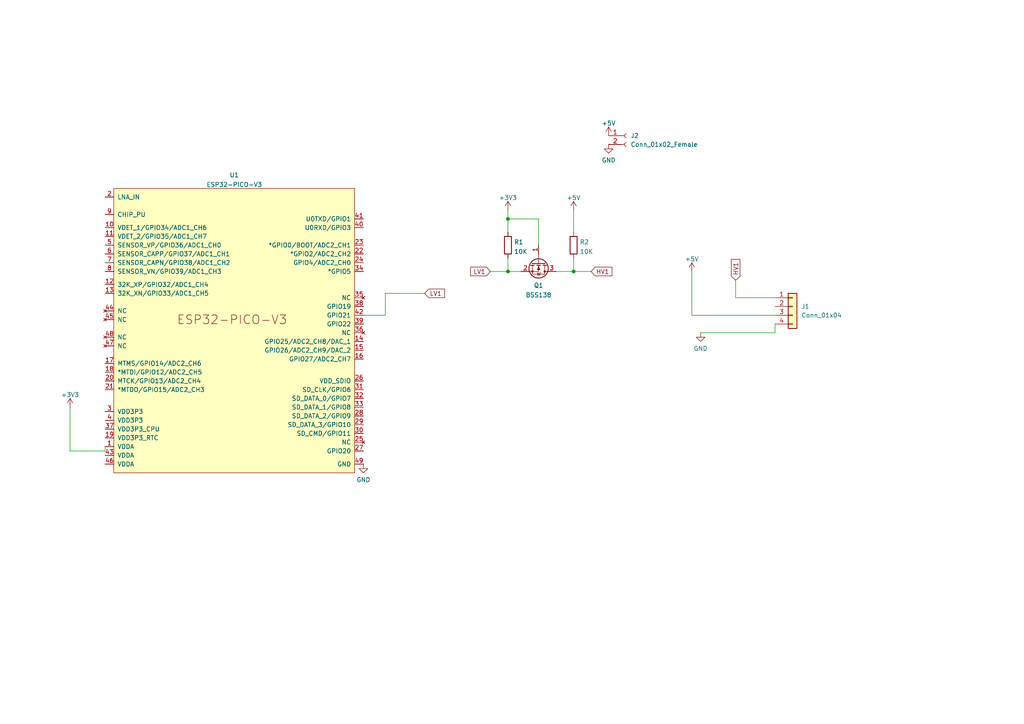
<source format=kicad_sch>
(kicad_sch (version 20211123) (generator eeschema)
  (paper "A4")
  (lib_symbols
    (symbol "Connector:Conn_01x02_Female" (pin_names (offset 1.016) hide)
      (property "Reference" "J" (at 0 2.54 0))
      (property "Value" "Conn_01x02_Female" (at 0 -5.08 0))
      (symbol "Conn_01x02_Female_1_1"
        (arc (start 0 -2.032) (mid -0.508 -2.54) (end 0 -3.048) (stroke (width 0.1524)))
        (polyline (pts (xy -1.27 -2.54) (xy -0.508 -2.54)) (stroke (width 0.1524)))
        (polyline (pts (xy -1.27 0) (xy -0.508 0)) (stroke (width 0.1524)))
        (arc (start 0 0.508) (mid -0.508 0) (end 0 -0.508) (stroke (width 0.1524)))
        (pin passive line (at -5.08 0 0) (length 3.81) (name "Pin_1") (number "1"))
        (pin passive line (at -5.08 -2.54 0) (length 3.81) (name "Pin_2") (number "2"))
      )
    )
    (symbol "Connector_Generic:Conn_01x04" (pin_names (offset 1.016) hide)
      (property "Reference" "J1" (at 2.54 0.0001 0))
      (property "Value" "Conn_01x04" (at 2.54 -2.5399 0))
      (symbol "Conn_01x04_1_1"
        (rectangle (start -1.27 -4.953) (end 0 -5.207) (stroke (width 0.1524)))
        (rectangle (start -1.27 -2.413) (end 0 -2.667) (stroke (width 0.1524)))
        (rectangle (start -1.27 0.127) (end 0 -0.127) (stroke (width 0.1524)))
        (rectangle (start -1.27 2.667) (end 0 2.413) (stroke (width 0.1524)))
        (rectangle (start -1.27 3.81) (end 1.27 -6.35) (stroke (width 0.254)) (fill (type background)))
        (pin passive line (at -5.08 2.54 0) (length 3.81) (name "PWM") (number "1"))
        (pin passive line (at -5.08 0 0) (length 3.81) (name "RPM") (number "2"))
        (pin passive line (at -5.08 -2.54 0) (length 3.81) (name "VCC") (number "3"))
        (pin passive line (at -5.08 -5.08 0) (length 3.81) (name "GND") (number "4"))
      )
    )
    (symbol "Device:R" (pin_numbers hide) (pin_names (offset 0))
      (property "Reference" "R" (at 2.032 0 90))
      (property "Value" "R" (at 0 0 90))
      (symbol "R_0_1"
        (rectangle (start -1.016 -2.54) (end 1.016 2.54) (stroke (width 0.254)))
      )
      (symbol "R_1_1"
        (pin passive line (at 0 3.81 270) (length 1.27) (name "~") (number "1"))
        (pin passive line (at 0 -3.81 90) (length 1.27) (name "~") (number "2"))
      )
    )
    (symbol "Espressif:ESP32-PICO-V3" (pin_names (offset 1.016))
      (property "Reference" "U" (at 0 43.18 0))
      (property "Value" "ESP32-PICO-V3" (at 0 -41.91 0))
      (symbol "ESP32-PICO-V3_0_0"
        (text "ESP32-PICO-V3" (at 0 3.81 0) (effects (font (size 2.54 2.54))))
      )
      (symbol "ESP32-PICO-V3_0_1"
        (rectangle (start -34.29 41.91) (end 35.56 -40.64) (fill (type background)))
      )
      (symbol "ESP32-PICO-V3_1_1"
        (pin power_in line (at -36.83 -33.02 0) (length 2.54) (name "VDDA") (number "1"))
        (pin input line (at -36.83 30.48 0) (length 2.54) (name "VDET_1/GPIO34/ADC1_CH6") (number "10"))
        (pin input line (at -36.83 27.94 0) (length 2.54) (name "VDET_2/GPIO35/ADC1_CH7") (number "11"))
        (pin bidirectional line (at -36.83 13.97 0) (length 2.54) (name "32K_XP/GPIO32/ADC1_CH4") (number "12"))
        (pin bidirectional line (at -36.83 11.43 0) (length 2.54) (name "32K_XN/GPIO33/ADC1_CH5") (number "13"))
        (pin bidirectional line (at 38.1 -2.54 180) (length 2.54) (name "GPIO25/ADC2_CH8/DAC_1") (number "14"))
        (pin bidirectional line (at 38.1 -5.08 180) (length 2.54) (name "GPIO26/ADC2_CH9/DAC_2") (number "15"))
        (pin bidirectional line (at 38.1 -7.62 180) (length 2.54) (name "GPIO27/ADC2_CH7") (number "16"))
        (pin bidirectional line (at -36.83 -8.89 0) (length 2.54) (name "MTMS/GPIO14/ADC2_CH6") (number "17"))
        (pin bidirectional line (at -36.83 -11.43 0) (length 2.54) (name "*MTDI/GPIO12/ADC2_CH5") (number "18"))
        (pin power_in line (at -36.83 -30.48 0) (length 2.54) (name "VDD3P3_RTC") (number "19"))
        (pin bidirectional line (at -36.83 39.37 0) (length 2.54) (name "LNA_IN") (number "2"))
        (pin bidirectional line (at -36.83 -13.97 0) (length 2.54) (name "MTCK/GPIO13/ADC2_CH4") (number "20"))
        (pin bidirectional line (at -36.83 -16.51 0) (length 2.54) (name "*MTDO/GPIO15/ADC2_CH3") (number "21"))
        (pin bidirectional line (at 38.1 22.86 180) (length 2.54) (name "*GPIO2/ADC2_CH2") (number "22"))
        (pin bidirectional line (at 38.1 25.4 180) (length 2.54) (name "*GPIO0/BOOT/ADC2_CH1") (number "23"))
        (pin bidirectional line (at 38.1 20.32 180) (length 2.54) (name "GPIO4/ADC2_CH0") (number "24"))
        (pin no_connect line (at 38.1 -31.75 180) (length 2.54) (name "NC") (number "25"))
        (pin power_out line (at 38.1 -13.97 180) (length 2.54) (name "VDD_SDIO") (number "26"))
        (pin bidirectional line (at 38.1 -34.29 180) (length 2.54) (name "GPIO20") (number "27"))
        (pin bidirectional line (at 38.1 -24.13 180) (length 2.54) (name "SD_DATA_2/GPIO9") (number "28"))
        (pin bidirectional line (at 38.1 -26.67 180) (length 2.54) (name "SD_DATA_3/GPIO10") (number "29"))
        (pin power_in line (at -36.83 -22.86 0) (length 2.54) (name "VDD3P3") (number "3"))
        (pin bidirectional line (at 38.1 -29.21 180) (length 2.54) (name "SD_CMD/GPIO11") (number "30"))
        (pin bidirectional line (at 38.1 -16.51 180) (length 2.54) (name "SD_CLK/GPIO6") (number "31"))
        (pin bidirectional line (at 38.1 -19.05 180) (length 2.54) (name "SD_DATA_0/GPIO7") (number "32"))
        (pin bidirectional line (at 38.1 -21.59 180) (length 2.54) (name "SD_DATA_1/GPIO8") (number "33"))
        (pin bidirectional line (at 38.1 17.78 180) (length 2.54) (name "*GPIO5") (number "34"))
        (pin no_connect line (at 38.1 10.16 180) (length 2.54) (name "NC") (number "35"))
        (pin no_connect line (at 38.1 0 180) (length 2.54) (name "NC") (number "36"))
        (pin power_in line (at -36.83 -27.94 0) (length 2.54) (name "VDD3P3_CPU") (number "37"))
        (pin bidirectional line (at 38.1 7.62 180) (length 2.54) (name "GPIO19") (number "38"))
        (pin bidirectional line (at 38.1 2.54 180) (length 2.54) (name "GPIO22") (number "39"))
        (pin power_in line (at -36.83 -25.4 0) (length 2.54) (name "VDD3P3") (number "4"))
        (pin bidirectional line (at 38.1 30.48 180) (length 2.54) (name "U0RXD/GPIO3") (number "40"))
        (pin bidirectional line (at 38.1 33.02 180) (length 2.54) (name "U0TXD/GPIO1") (number "41"))
        (pin bidirectional line (at 38.1 5.08 180) (length 2.54) (name "GPIO21") (number "42"))
        (pin power_in line (at -36.83 -35.56 0) (length 2.54) (name "VDDA") (number "43"))
        (pin no_connect line (at -36.83 6.35 0) (length 2.54) (name "NC") (number "44"))
        (pin no_connect line (at -36.83 3.81 0) (length 2.54) (name "NC") (number "45"))
        (pin power_in line (at -36.83 -38.1 0) (length 2.54) (name "VDDA") (number "46"))
        (pin no_connect line (at -36.83 -3.81 0) (length 2.54) (name "NC") (number "47"))
        (pin no_connect line (at -36.83 -1.27 0) (length 2.54) (name "NC") (number "48"))
        (pin power_in line (at 38.1 -38.1 180) (length 2.54) (name "GND") (number "49"))
        (pin input line (at -36.83 25.4 0) (length 2.54) (name "SENSOR_VP/GPIO36/ADC1_CH0") (number "5"))
        (pin input line (at -36.83 22.86 0) (length 2.54) (name "SENSOR_CAPP/GPIO37/ADC1_CH1") (number "6"))
        (pin input line (at -36.83 20.32 0) (length 2.54) (name "SENSOR_CAPN/GPIO38/ADC1_CH2") (number "7"))
        (pin input line (at -36.83 17.78 0) (length 2.54) (name "SENSOR_VN/GPIO39/ADC1_CH3") (number "8"))
        (pin input line (at -36.83 34.29 0) (length 2.54) (name "CHIP_PU") (number "9"))
      )
    )
    (symbol "Transistor_FET:BSS138" (pin_names hide)
      (property "Reference" "Q" (at 5.08 1.905 0))
      (property "Value" "BSS138" (at 5.08 0 0))
      (symbol "BSS138_0_1"
        (polyline (pts (xy 0.254 0) (xy -2.54 0)))
        (polyline (pts (xy 0.254 1.905) (xy 0.254 -1.905)) (stroke (width 0.254)))
        (polyline (pts (xy 0.762 -1.27) (xy 0.762 -2.286)) (stroke (width 0.254)))
        (polyline (pts (xy 0.762 0.508) (xy 0.762 -0.508)) (stroke (width 0.254)))
        (polyline (pts (xy 0.762 2.286) (xy 0.762 1.27)) (stroke (width 0.254)))
        (polyline (pts (xy 2.54 2.54) (xy 2.54 1.778)))
        (polyline (pts (xy 2.54 -2.54) (xy 2.54 0) (xy 0.762 0)))
        (polyline (pts (xy 0.762 -1.778) (xy 3.302 -1.778) (xy 3.302 1.778) (xy 0.762 1.778)))
        (polyline (pts (xy 1.016 0) (xy 2.032 0.381) (xy 2.032 -0.381) (xy 1.016 0)) (fill (type outline)))
        (polyline (pts (xy 2.794 0.508) (xy 2.921 0.381) (xy 3.683 0.381) (xy 3.81 0.254)))
        (polyline (pts (xy 3.302 0.381) (xy 2.921 -0.254) (xy 3.683 -0.254) (xy 3.302 0.381)))
        (circle (center 1.651 0) (radius 2.794) (stroke (width 0.254)))
        (circle (center 2.54 -1.778) (radius 0.254) (fill (type outline)))
        (circle (center 2.54 1.778) (radius 0.254) (fill (type outline)))
      )
      (symbol "BSS138_1_1"
        (pin input line (at -5.08 0 0) (length 2.54) (name "G") (number "1"))
        (pin passive line (at 2.54 -5.08 90) (length 2.54) (name "S") (number "2"))
        (pin passive line (at 2.54 5.08 270) (length 2.54) (name "D") (number "3"))
      )
    )
    (symbol "power:+3.3V" (power) (pin_names (offset 0))
      (property "Value" "+3.3V" (at 0 3.556 0))
      (symbol "+3.3V_0_1"
        (polyline (pts (xy -0.762 1.27) (xy 0 2.54)))
        (polyline (pts (xy 0 0) (xy 0 2.54)))
        (polyline (pts (xy 0 2.54) (xy 0.762 1.27)))
      )
      (symbol "+3.3V_1_1"
        (pin power_in line (at 0 0 90) (length 0) hide (name "+3V3") (number "1"))
      )
    )
    (symbol "power:+5V" (power) (pin_names (offset 0))
      (property "Value" "+5V" (at 0 3.556 0))
      (symbol "+5V_0_1"
        (polyline (pts (xy -0.762 1.27) (xy 0 2.54)))
        (polyline (pts (xy 0 0) (xy 0 2.54)))
        (polyline (pts (xy 0 2.54) (xy 0.762 1.27)))
      )
      (symbol "+5V_1_1"
        (pin power_in line (at 0 0 90) (length 0) hide (name "+5V") (number "1"))
      )
    )
    (symbol "power:GND" (power) (pin_names (offset 0))
      (property "Value" "GND" (at 0 -3.81 0))
      (symbol "GND_0_1"
        (polyline (pts (xy 0 0) (xy 0 -1.27) (xy 1.27 -1.27) (xy 0 -2.54) (xy -1.27 -1.27) (xy 0 -1.27)))
      )
      (symbol "GND_1_1"
        (pin power_in line (at 0 0 270) (length 0) hide (name "GND") (number "1"))
      )
    )
  )
  (junction (at 147.32 78.74))
  (junction (at 166.37 78.74))
  (junction (at 147.32 63.5))
  (wire (pts (xy 20.32 130.81) (xy 30.48 130.81)))
  (wire (pts (xy 213.36 86.36) (xy 224.79 86.36)))
  (wire (pts (xy 147.32 60.96) (xy 147.32 63.5)))
  (wire (pts (xy 161.29 78.74) (xy 166.37 78.74)))
  (wire (pts (xy 147.32 63.5) (xy 147.32 67.31)))
  (wire (pts (xy 166.37 74.93) (xy 166.37 78.74)))
  (wire (pts (xy 111.76 85.09) (xy 111.76 91.44)))
  (wire (pts (xy 224.79 96.52) (xy 224.79 93.98)))
  (wire (pts (xy 200.66 91.44) (xy 224.79 91.44)))
  (wire (pts (xy 142.24 78.74) (xy 147.32 78.74)))
  (wire (pts (xy 147.32 78.74) (xy 151.13 78.74)))
  (wire (pts (xy 111.76 91.44) (xy 105.41 91.44)))
  (wire (pts (xy 20.32 118.11) (xy 20.32 130.81)))
  (wire (pts (xy 156.21 63.5) (xy 156.21 71.12)))
  (wire (pts (xy 166.37 78.74) (xy 171.45 78.74)))
  (wire (pts (xy 166.37 60.96) (xy 166.37 67.31)))
  (wire (pts (xy 147.32 74.93) (xy 147.32 78.74)))
  (wire (pts (xy 200.66 78.74) (xy 200.66 91.44)))
  (wire (pts (xy 147.32 63.5) (xy 156.21 63.5)))
  (wire (pts (xy 213.36 81.28) (xy 213.36 86.36)))
  (wire (pts (xy 123.19 85.09) (xy 111.76 85.09)))
  (wire (pts (xy 30.48 130.81) (xy 30.48 129.54)))
  (wire (pts (xy 203.2 96.52) (xy 224.79 96.52)))
  (global_label "LV1" (shape input) (at 142.24 78.74 180) (property "Intersheet References" "${INTERSHEET_REFS}" (effects hide)))
  (global_label "HV1" (shape input) (at 213.36 81.28 90) (property "Intersheet References" "${INTERSHEET_REFS}" (effects hide)))
  (global_label "LV1" (shape input) (at 123.19 85.09 0) (property "Intersheet References" "${INTERSHEET_REFS}" (effects hide)))
  (global_label "HV1" (shape input) (at 171.45 78.74 0) (property "Intersheet References" "${INTERSHEET_REFS}" (effects hide)))
  (symbol (lib_id "power:+5V") (at 166.37 60.96 0) (unit 1)
    (property "Reference" "#PWR04" (effects hide))
    (property "Value" "+5V" (at 166.37 57.3555 0))
  )
  (symbol (lib_id "Device:R") (at 166.37 71.12 0) (unit 1)
    (property "Reference" "R2" (at 168.148 70.2115 0) (effects (justify left)))
    (property "Value" "10K" (at 168.148 72.9866 0) (effects (justify left)))
    (property "Footprint" "Resistor_SMD:R_0201_0603Metric" (effects hide))
  )
  (symbol (lib_id "Connector:Conn_01x02_Female") (at 181.61 39.37 0) (unit 1)
    (property "Reference" "J2" (at 182.88 39.3699 0) (effects (justify left)))
    (property "Value" "Conn_01x02_Female" (at 182.88 41.9099 0) (effects (justify left)))
    (property "Footprint" "Connector_Molex:Molex_KK-254_AE-6410-02A_1x02_P2.54mm_Vertical" (effects hide))
  )
  (symbol (lib_id "Transistor_FET:BSS138") (at 156.21 76.2 270) (unit 1)
    (property "Reference" "Q1" (at 156.21 82.7945 90))
    (property "Value" "BSS138" (at 156.21 85.5696 90))
    (property "Footprint" "Package_TO_SOT_SMD:SOT-23" (effects hide))
    (property "Datasheet" "https://www.onsemi.com/pub/Collateral/BSS138-D.PDF" (effects hide))
  )
  (symbol (lib_id "power:GND") (at 105.41 134.62 0) (unit 1)
    (property "Reference" "#PWR02" (effects hide))
    (property "Value" "GND" (at 105.41 139.1825 0))
  )
  (symbol (lib_id "power:+3.3V") (at 147.32 60.96 0) (unit 1)
    (property "Reference" "#PWR03" (effects hide))
    (property "Value" "+3.3V" (at 147.32 57.3555 0))
  )
  (symbol (lib_id "power:GND") (at 203.2 96.52 0) (unit 1)
    (property "Reference" "#PWR06" (effects hide))
    (property "Value" "GND" (at 203.2 101.0825 0))
  )
  (symbol (lib_id "power:GND") (at 176.53 41.91 0) (unit 1)
    (property "Reference" "#PWR08" (effects hide))
    (property "Value" "GND" (at 176.53 46.4725 0))
  )
  (symbol (lib_id "Connector_Generic:Conn_01x04") (at 229.87 88.9 0) (unit 1)
    (property "Reference" "J1" (at 232.41 88.8999 0) (effects (justify left)))
    (property "Value" "Conn_01x04" (at 232.41 91.4399 0) (effects (justify left)))
    (property "Footprint" "Connector:FanPinHeader_1x04_P2.54mm_Vertical" (effects hide))
  )
  (symbol (lib_id "power:+3.3V") (at 20.32 118.11 0) (unit 1)
    (property "Reference" "#PWR01" (effects hide))
    (property "Value" "+3.3V" (at 20.32 114.5055 0))
  )
  (symbol (lib_id "Device:R") (at 147.32 71.12 0) (unit 1)
    (property "Reference" "R1" (at 149.098 70.2115 0) (effects (justify left)))
    (property "Value" "10K" (at 149.098 72.9866 0) (effects (justify left)))
    (property "Footprint" "Resistor_SMD:R_0201_0603Metric" (effects hide))
  )
  (symbol (lib_id "Espressif:ESP32-PICO-V3") (at 67.31 96.52 0) (unit 1)
    (property "Reference" "U1" (at 67.945 50.7705 0))
    (property "Value" "ESP32-PICO-V3" (at 67.945 53.5456 0))
    (property "Footprint" "Package_DFN_QFN:QFN-48-1EP_7x7mm_P0.5mm_EP5.15x5.15mm" (effects hide))
    (property "Datasheet" "https://www.espressif.com/sites/default/files/documentation/esp32_datasheet_en.pdf" (effects hide))
  )
  (symbol (lib_id "power:+5V") (at 200.66 78.74 0) (unit 1)
    (property "Reference" "#PWR05" (effects hide))
    (property "Value" "+5V" (at 200.66 75.1355 0))
  )
  (symbol (lib_id "power:+5V") (at 176.53 39.37 0) (unit 1)
    (property "Reference" "#PWR07" (effects hide))
    (property "Value" "+5V" (at 176.53 35.7655 0))
  )
)
</source>
